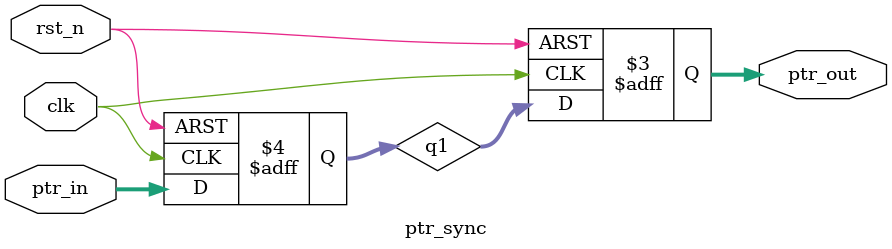
<source format=sv>
module ptr_sync #(parameter WIDTH = 5)
(
    input  logic             clk,      // Destination Clock
    input  logic             rst_n,    // Active Low Reset
    input  logic [WIDTH-1:0] ptr_in,   // Asynchronous Input
    output logic [WIDTH-1:0] ptr_out   // Synchronized Output
);
    logic [WIDTH-1:0] q1; // Intermediate Flip-Flop
    always_ff @(posedge clk or negedge rst_n) begin
        if (!rst_n) begin
            q1      <= '0;
            ptr_out <= '0;
        end else begin
            // 2-Stage Shift Register
            q1      <= ptr_in; 
            ptr_out <= q1;
        end
    end
endmodule

</source>
